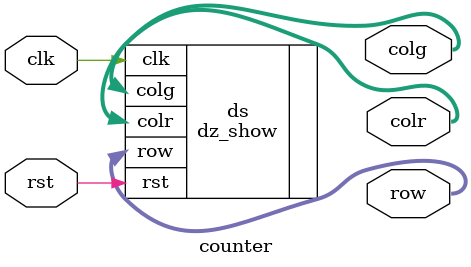
<source format=v>
module counter(
    input clk, rst,
    output wire [7:0] row, colr, colg
);

reg [2:0] cnt, dz_cnt;
reg [9:0] q; //1s¼ÆÊýÆ÷
reg q_out;


//1s¼ÆÊýÆ÷
always@(posedge clk or posedge rst)
begin
	if(rst)
		q <= 10'd0;
	else
	begin
		if(q == 10'd1000)
		begin
			q <= 10'd0;
			q_out <= 1'b1;
		end
		else
		begin
			q <= q + 1'b1;
			q_out <= 1'b0;
		end
	end
end


//counter
always @(posedge clk or posedge rst)
begin
	if(rst)
		dz_cnt <= 3'd5;
	else
        if(dz_cnt == 3'd0)
            dz_cnt <= dz_cnt;
        else
            if(q_out)
                dz_cnt <= dz_cnt - 3'd1;
            else
                dz_cnt <= dz_cnt;
end

//show
dz_show ds(
    .clk(clk),
    .rst(rst),
    .row(row),
    .colr(colr),
    .colg(colg)
);


endmodule
</source>
